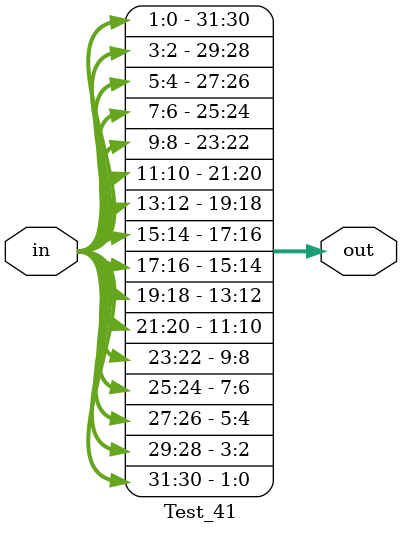
<source format=v>
module Test_41 (
   out,
   in
   );
   input [31:0] in;
   output [31:0] out;
   genvar 	 i;
   generate
      for (i=0; i<16; i=i+1) begin : gblk
	 assign out[i*2+1:i*2] = in[(30-i*2)+1:(30-i*2)];
      end
   endgenerate
endmodule
</source>
